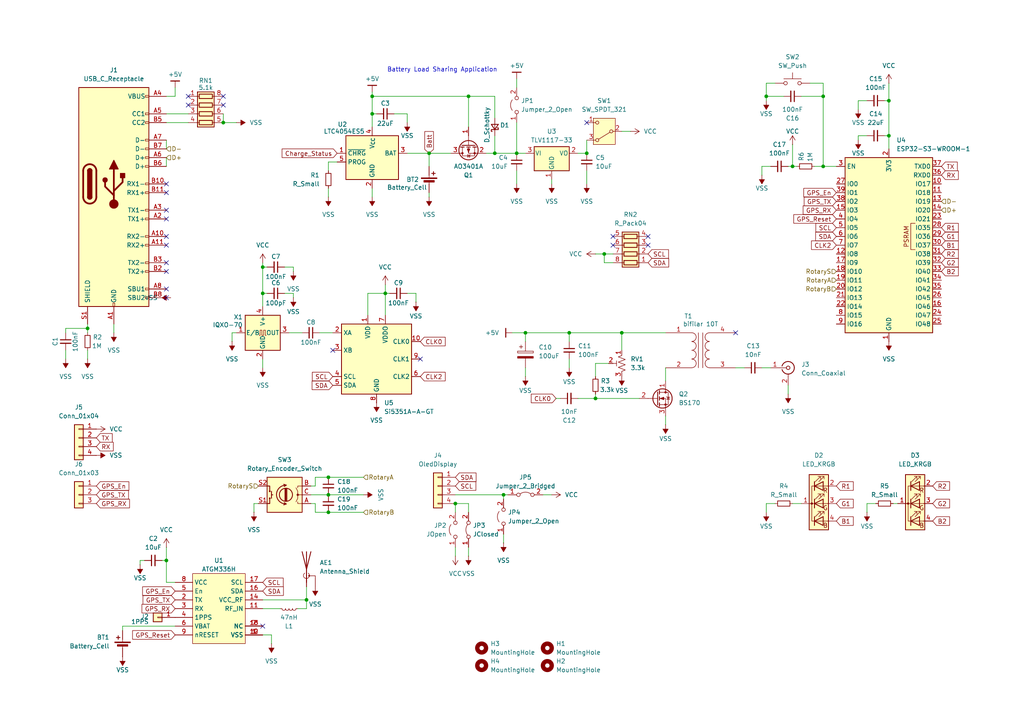
<source format=kicad_sch>
(kicad_sch (version 20231120) (generator "eeschema") (generator_version "8.0")
  (paper "A4")
  (lib_symbols
    (symbol "Battery_Management:LTC4054ES5-4.2"
      (property "Reference" "U" (at -5.842 6.604 0))
      (property "Value" "LTC4054ES5-4.2" (at 1.524 6.604 0))
      (symbol "LTC4054ES5-4.2_1_1"
        (pin open_collector line (at -10.16 0 0) (length 2.54) (name "~{CHRG}") (number "1"))
        (pin power_in line (at 0 -10.16 90) (length 2.54) (name "GND") (number "2"))
        (pin power_out line (at 10.16 0 180) (length 2.54) (name "BAT") (number "3"))
        (pin power_in line (at 0 7.62 270) (length 2.54) (name "V_{CC}") (number "4"))
        (pin bidirectional line (at -10.16 -2.54 0) (length 2.54) (name "PROG") (number "5"))
      )
    )
    (symbol "Connector:Conn_Coaxial" (pin_names (offset 1.016) hide)
      (property "Reference" "J" (at 0.254 3.048 0))
      (property "Value" "Conn_Coaxial" (at 2.921 0 90))
      (symbol "Conn_Coaxial_1_1"
        (pin passive line (at -5.08 0 0) (length 2.54) (name "In") (number "1"))
        (pin passive line (at 0 -5.08 90) (length 2.54) (name "Ext") (number "2"))
      )
    )
    (symbol "Connector:USB_C_Receptacle" (pin_names (offset 1.016))
      (property "Reference" "J" (at -10.16 29.21 0))
      (property "Value" "USB_C_Receptacle" (at 10.16 29.21 0))
      (symbol "USB_C_Receptacle_1_1"
        (pin passive line (at 0 -40.64 90) (length 5.08) (name "GND") (number "A1"))
        (pin bidirectional line (at 15.24 -15.24 180) (length 5.08) (name "RX2-") (number "A10"))
        (pin bidirectional line (at 15.24 -17.78 180) (length 5.08) (name "RX2+") (number "A11"))
        (pin passive line (at 0 -40.64 90) (length 5.08) hide (name "GND") (number "A12"))
        (pin bidirectional line (at 15.24 -10.16 180) (length 5.08) (name "TX1+") (number "A2"))
        (pin bidirectional line (at 15.24 -7.62 180) (length 5.08) (name "TX1-") (number "A3"))
        (pin passive line (at 15.24 25.4 180) (length 5.08) (name "VBUS") (number "A4"))
        (pin bidirectional line (at 15.24 20.32 180) (length 5.08) (name "CC1") (number "A5"))
        (pin bidirectional line (at 15.24 7.62 180) (length 5.08) (name "D+") (number "A6"))
        (pin bidirectional line (at 15.24 12.7 180) (length 5.08) (name "D-") (number "A7"))
        (pin bidirectional line (at 15.24 -30.48 180) (length 5.08) (name "SBU1") (number "A8"))
        (pin passive line (at 15.24 25.4 180) (length 5.08) hide (name "VBUS") (number "A9"))
        (pin passive line (at 0 -40.64 90) (length 5.08) hide (name "GND") (number "B1"))
        (pin bidirectional line (at 15.24 0 180) (length 5.08) (name "RX1-") (number "B10"))
        (pin bidirectional line (at 15.24 -2.54 180) (length 5.08) (name "RX1+") (number "B11"))
        (pin passive line (at 0 -40.64 90) (length 5.08) hide (name "GND") (number "B12"))
        (pin bidirectional line (at 15.24 -25.4 180) (length 5.08) (name "TX2+") (number "B2"))
        (pin bidirectional line (at 15.24 -22.86 180) (length 5.08) (name "TX2-") (number "B3"))
        (pin passive line (at 15.24 25.4 180) (length 5.08) hide (name "VBUS") (number "B4"))
        (pin bidirectional line (at 15.24 17.78 180) (length 5.08) (name "CC2") (number "B5"))
        (pin bidirectional line (at 15.24 5.08 180) (length 5.08) (name "D+") (number "B6"))
        (pin bidirectional line (at 15.24 10.16 180) (length 5.08) (name "D-") (number "B7"))
        (pin bidirectional line (at 15.24 -33.02 180) (length 5.08) (name "SBU2") (number "B8"))
        (pin passive line (at 15.24 25.4 180) (length 5.08) hide (name "VBUS") (number "B9"))
        (pin passive line (at -7.62 -40.64 90) (length 5.08) (name "SHIELD") (number "S1"))
      )
    )
    (symbol "Connector_Generic:Conn_01x01" (pin_names (offset 1.016) hide)
      (property "Reference" "J" (at 0 2.54 0))
      (property "Value" "Conn_01x01" (at 0 -2.54 0))
      (symbol "Conn_01x01_1_1"
        (pin passive line (at -5.08 0 0) (length 3.81) (name "Pin_1") (number "1"))
      )
    )
    (symbol "Connector_Generic:Conn_01x03" (pin_names (offset 1.016) hide)
      (property "Reference" "J" (at 0 5.08 0))
      (property "Value" "Conn_01x03" (at 0 -5.08 0))
      (symbol "Conn_01x03_1_1"
        (pin passive line (at -5.08 2.54 0) (length 3.81) (name "Pin_1") (number "1"))
        (pin passive line (at -5.08 0 0) (length 3.81) (name "Pin_2") (number "2"))
        (pin passive line (at -5.08 -2.54 0) (length 3.81) (name "Pin_3") (number "3"))
      )
    )
    (symbol "Connector_Generic:Conn_01x04" (pin_names (offset 1.016) hide)
      (property "Reference" "J" (at 0 5.08 0))
      (property "Value" "Conn_01x04" (at 0 -7.62 0))
      (symbol "Conn_01x04_1_1"
        (pin passive line (at -5.08 2.54 0) (length 3.81) (name "Pin_1") (number "1"))
        (pin passive line (at -5.08 0 0) (length 3.81) (name "Pin_2") (number "2"))
        (pin passive line (at -5.08 -2.54 0) (length 3.81) (name "Pin_3") (number "3"))
        (pin passive line (at -5.08 -5.08 0) (length 3.81) (name "Pin_4") (number "4"))
      )
    )
    (symbol "Device:Antenna_Shield" (pin_numbers hide) (pin_names (offset 1.016) hide)
      (property "Reference" "AE" (at -1.905 4.445 0))
      (property "Value" "Antenna_Shield" (at -1.905 2.54 0))
      (symbol "Antenna_Shield_1_1"
        (pin input line (at 0 -5.08 90) (length 2.54) (name "A") (number "1"))
        (pin input line (at 2.54 -5.08 90) (length 2.54) (name "Shield") (number "2"))
      )
    )
    (symbol "Device:Battery_Cell" (pin_numbers hide) (pin_names (offset 0) hide)
      (property "Reference" "BT" (at 2.54 2.54 0))
      (property "Value" "Battery_Cell" (at 2.54 0 0))
      (symbol "Battery_Cell_1_1"
        (pin passive line (at 0 5.08 270) (length 2.54) (name "+") (number "1"))
        (pin passive line (at 0 -2.54 90) (length 2.54) (name "-") (number "2"))
      )
    )
    (symbol "Device:C_Polarized" (pin_numbers hide) (pin_names (offset 0.254))
      (property "Reference" "C" (at 0.635 2.54 0))
      (property "Value" "C_Polarized" (at 0.635 -2.54 0))
      (symbol "C_Polarized_1_1"
        (pin passive line (at 0 3.81 270) (length 2.794) (name "~") (number "1"))
        (pin passive line (at 0 -3.81 90) (length 2.794) (name "~") (number "2"))
      )
    )
    (symbol "Device:C_Small" (pin_numbers hide) (pin_names (offset 0.254) hide)
      (property "Reference" "C" (at 0.254 1.778 0))
      (property "Value" "C_Small" (at 0.254 -2.032 0))
      (symbol "C_Small_1_1"
        (pin passive line (at 0 2.54 270) (length 2.032) (name "~") (number "1"))
        (pin passive line (at 0 -2.54 90) (length 2.032) (name "~") (number "2"))
      )
    )
    (symbol "Device:D_Schottky_Small" (pin_numbers hide) (pin_names (offset 0.254) hide)
      (property "Reference" "D" (at -1.27 2.032 0))
      (property "Value" "D_Schottky_Small" (at -7.112 -2.032 0))
      (symbol "D_Schottky_Small_1_1"
        (pin passive line (at -2.54 0 0) (length 1.778) (name "K") (number "1"))
        (pin passive line (at 2.54 0 180) (length 1.778) (name "A") (number "2"))
      )
    )
    (symbol "Device:LED_KRGB" (pin_names (offset 0) hide)
      (property "Reference" "D" (at 0 9.398 0))
      (property "Value" "LED_KRGB" (at 0 -8.89 0))
      (symbol "LED_KRGB_0_0"
        (text "B" (at 1.905 -6.35 0) (effects (font (size 1.27 1.27))))
        (text "G" (at 1.905 -1.27 0) (effects (font (size 1.27 1.27))))
        (text "R" (at 1.905 3.81 0) (effects (font (size 1.27 1.27))))
      )
      (symbol "LED_KRGB_1_1"
        (pin passive line (at -5.08 0 0) (length 2.54) (name "K") (number "1"))
        (pin passive line (at 5.08 5.08 180) (length 2.54) (name "RA") (number "2"))
        (pin passive line (at 5.08 0 180) (length 2.54) (name "GA") (number "3"))
        (pin passive line (at 5.08 -5.08 180) (length 2.54) (name "BA") (number "4"))
      )
    )
    (symbol "Device:L_Small" (pin_numbers hide) (pin_names (offset 0.254) hide)
      (property "Reference" "L" (at 0.762 1.016 0))
      (property "Value" "L_Small" (at 0.762 -1.016 0))
      (symbol "L_Small_1_1"
        (pin passive line (at 0 2.54 270) (length 0.508) (name "~") (number "1"))
        (pin passive line (at 0 -2.54 90) (length 0.508) (name "~") (number "2"))
      )
    )
    (symbol "Device:R_Pack04" (pin_names (offset 0) hide)
      (property "Reference" "RN" (at -7.62 0 90))
      (property "Value" "R_Pack04" (at 5.08 0 90))
      (symbol "R_Pack04_1_1"
        (pin passive line (at -5.08 -5.08 90) (length 2.54) (name "R1.1") (number "1"))
        (pin passive line (at -2.54 -5.08 90) (length 2.54) (name "R2.1") (number "2"))
        (pin passive line (at 0 -5.08 90) (length 2.54) (name "R3.1") (number "3"))
        (pin passive line (at 2.54 -5.08 90) (length 2.54) (name "R4.1") (number "4"))
        (pin passive line (at 2.54 5.08 270) (length 2.54) (name "R4.2") (number "5"))
        (pin passive line (at 0 5.08 270) (length 2.54) (name "R3.2") (number "6"))
        (pin passive line (at -2.54 5.08 270) (length 2.54) (name "R2.2") (number "7"))
        (pin passive line (at -5.08 5.08 270) (length 2.54) (name "R1.2") (number "8"))
      )
    )
    (symbol "Device:R_Potentiometer_Trim_US" (pin_names (offset 1.016) hide)
      (property "Reference" "RV" (at -4.445 0 90))
      (property "Value" "R_Potentiometer_Trim_US" (at -2.54 0 90))
      (symbol "R_Potentiometer_Trim_US_1_1"
        (pin passive line (at 0 3.81 270) (length 1.27) (name "1") (number "1"))
        (pin passive line (at 3.81 0 180) (length 1.27) (name "2") (number "2"))
        (pin passive line (at 0 -3.81 90) (length 1.27) (name "3") (number "3"))
      )
    )
    (symbol "Device:R_Small" (pin_numbers hide) (pin_names (offset 0.254) hide)
      (property "Reference" "R" (at 0.762 0.508 0))
      (property "Value" "R_Small" (at 0.762 -1.016 0))
      (symbol "R_Small_1_1"
        (pin passive line (at 0 2.54 270) (length 0.762) (name "~") (number "1"))
        (pin passive line (at 0 -2.54 90) (length 0.762) (name "~") (number "2"))
      )
    )
    (symbol "Device:Rotary_Encoder_Switch" (pin_names (offset 0.254) hide)
      (property "Reference" "SW" (at 0 6.604 0))
      (property "Value" "Rotary_Encoder_Switch" (at 0 -6.604 0))
      (symbol "Rotary_Encoder_Switch_1_1"
        (pin passive line (at -7.62 2.54 0) (length 2.54) (name "A") (number "A"))
        (pin passive line (at -7.62 -2.54 0) (length 2.54) (name "B") (number "B"))
        (pin passive line (at -7.62 0 0) (length 2.54) (name "C") (number "C"))
        (pin passive line (at 7.62 2.54 180) (length 2.54) (name "S1") (number "S1"))
        (pin passive line (at 7.62 -2.54 180) (length 2.54) (name "S2") (number "S2"))
      )
    )
    (symbol "Device:Transformer_1P_1S" (pin_names (offset 1.016) hide)
      (property "Reference" "T" (at 0 6.35 0))
      (property "Value" "Transformer_1P_1S" (at 0 -7.62 0))
      (symbol "Transformer_1P_1S_1_1"
        (pin passive line (at -10.16 5.08 0) (length 7.62) (name "AA") (number "1"))
        (pin passive line (at -10.16 -5.08 0) (length 7.62) (name "AB") (number "2"))
        (pin passive line (at 10.16 -5.08 180) (length 7.62) (name "SA") (number "3"))
        (pin passive line (at 10.16 5.08 180) (length 7.62) (name "SB") (number "4"))
      )
    )
    (symbol "Jumper:Jumper_2_Bridged" (pin_names (offset 0) hide)
      (property "Reference" "JP" (at 0 1.905 0))
      (property "Value" "Jumper_2_Bridged" (at 0 -2.54 0))
      (symbol "Jumper_2_Bridged_1_1"
        (pin passive line (at -5.08 0 0) (length 2.54) (name "A") (number "1"))
        (pin passive line (at 5.08 0 180) (length 2.54) (name "B") (number "2"))
      )
    )
    (symbol "Jumper:Jumper_2_Open" (pin_names (offset 0) hide)
      (property "Reference" "JP" (at 0 2.794 0))
      (property "Value" "Jumper_2_Open" (at 0 -2.286 0))
      (symbol "Jumper_2_Open_1_1"
        (pin passive line (at -5.08 0 0) (length 2.54) (name "A") (number "1"))
        (pin passive line (at 5.08 0 180) (length 2.54) (name "B") (number "2"))
      )
    )
    (symbol "Mechanical:MountingHole" (pin_names (offset 1.016))
      (property "Reference" "H" (at 0 5.08 0))
      (property "Value" "MountingHole" (at 0 3.175 0))
    )
    (symbol "Oscillator:IQXO-70" (pin_names (offset 0.254))
      (property "Reference" "X" (at -5.08 6.35 0))
      (property "Value" "IQXO-70" (at 1.27 -6.35 0))
      (symbol "IQXO-70_1_1"
        (pin input line (at -7.62 0 0) (length 2.54) (name "E/B") (number "1"))
        (pin power_in line (at 0 -7.62 90) (length 2.54) (name "GND") (number "2"))
        (pin output line (at 7.62 0 180) (length 2.54) (name "OUT") (number "3"))
        (pin power_in line (at 0 7.62 270) (length 2.54) (name "V+") (number "4"))
      )
    )
    (symbol "Oscillator:Si5351A-B-GT"
      (property "Reference" "U" (at -8.89 11.43 0))
      (property "Value" "Si5351A-B-GT" (at -12.7 -12.7 0))
      (symbol "Si5351A-B-GT_1_1"
        (pin power_in line (at -2.54 12.7 270) (length 2.54) (name "VDD") (number "1"))
        (pin output line (at 12.7 5.08 180) (length 2.54) (name "CLK0") (number "10"))
        (pin input line (at -12.7 7.62 0) (length 2.54) (name "XA") (number "2"))
        (pin input line (at -12.7 2.54 0) (length 2.54) (name "XB") (number "3"))
        (pin input line (at -12.7 -5.08 0) (length 2.54) (name "SCL") (number "4"))
        (pin bidirectional line (at -12.7 -7.62 0) (length 2.54) (name "SDA") (number "5"))
        (pin output line (at 12.7 -5.08 180) (length 2.54) (name "CLK2") (number "6"))
        (pin power_in line (at 2.54 12.7 270) (length 2.54) (name "VDDO") (number "7"))
        (pin power_in line (at 0 -12.7 90) (length 2.54) (name "GND") (number "8"))
        (pin output line (at 12.7 0 180) (length 2.54) (name "CLK1") (number "9"))
      )
    )
    (symbol "RF_Module:ESP32-S3-WROOM-1"
      (property "Reference" "U" (at -12.7 26.67 0))
      (property "Value" "ESP32-S3-WROOM-1" (at 12.7 26.67 0))
      (symbol "ESP32-S3-WROOM-1_0_0"
        (text "PSRAM" (at 5.08 2.54 900) (effects (font (size 1.27 1.27))))
      )
      (symbol "ESP32-S3-WROOM-1_1_1"
        (pin power_in line (at 0 -27.94 90) (length 2.54) (name "GND") (number "1"))
        (pin bidirectional line (at 15.24 17.78 180) (length 2.54) (name "IO17") (number "10"))
        (pin bidirectional line (at 15.24 15.24 180) (length 2.54) (name "IO18") (number "11"))
        (pin bidirectional line (at -15.24 -2.54 0) (length 2.54) (name "IO8") (number "12"))
        (pin bidirectional line (at 15.24 12.7 180) (length 2.54) (name "IO19") (number "13"))
        (pin bidirectional line (at 15.24 10.16 180) (length 2.54) (name "IO20") (number "14"))
        (pin bidirectional line (at -15.24 10.16 0) (length 2.54) (name "IO3") (number "15"))
        (pin bidirectional line (at 15.24 -17.78 180) (length 2.54) (name "IO46") (number "16"))
        (pin bidirectional line (at -15.24 -5.08 0) (length 2.54) (name "IO9") (number "17"))
        (pin bidirectional line (at -15.24 -7.62 0) (length 2.54) (name "IO10") (number "18"))
        (pin bidirectional line (at -15.24 -10.16 0) (length 2.54) (name "IO11") (number "19"))
        (pin power_in line (at 0 27.94 270) (length 2.54) (name "3V3") (number "2"))
        (pin bidirectional line (at -15.24 -12.7 0) (length 2.54) (name "IO12") (number "20"))
        (pin bidirectional line (at -15.24 -15.24 0) (length 2.54) (name "IO13") (number "21"))
        (pin bidirectional line (at -15.24 -17.78 0) (length 2.54) (name "IO14") (number "22"))
        (pin bidirectional line (at 15.24 7.62 180) (length 2.54) (name "IO21") (number "23"))
        (pin bidirectional line (at 15.24 -20.32 180) (length 2.54) (name "IO47") (number "24"))
        (pin bidirectional line (at 15.24 -22.86 180) (length 2.54) (name "IO48") (number "25"))
        (pin bidirectional line (at 15.24 -15.24 180) (length 2.54) (name "IO45") (number "26"))
        (pin bidirectional line (at -15.24 17.78 0) (length 2.54) (name "IO0") (number "27"))
        (pin bidirectional line (at 15.24 5.08 180) (length 2.54) (name "IO35") (number "28"))
        (pin bidirectional line (at 15.24 2.54 180) (length 2.54) (name "IO36") (number "29"))
        (pin input line (at -15.24 22.86 0) (length 2.54) (name "EN") (number "3"))
        (pin bidirectional line (at 15.24 0 180) (length 2.54) (name "IO37") (number "30"))
        (pin bidirectional line (at 15.24 -2.54 180) (length 2.54) (name "IO38") (number "31"))
        (pin bidirectional line (at 15.24 -5.08 180) (length 2.54) (name "IO39") (number "32"))
        (pin bidirectional line (at 15.24 -7.62 180) (length 2.54) (name "IO40") (number "33"))
        (pin bidirectional line (at 15.24 -10.16 180) (length 2.54) (name "IO41") (number "34"))
        (pin bidirectional line (at 15.24 -12.7 180) (length 2.54) (name "IO42") (number "35"))
        (pin bidirectional line (at 15.24 20.32 180) (length 2.54) (name "RXD0") (number "36"))
        (pin bidirectional line (at 15.24 22.86 180) (length 2.54) (name "TXD0") (number "37"))
        (pin bidirectional line (at -15.24 12.7 0) (length 2.54) (name "IO2") (number "38"))
        (pin bidirectional line (at -15.24 15.24 0) (length 2.54) (name "IO1") (number "39"))
        (pin bidirectional line (at -15.24 7.62 0) (length 2.54) (name "IO4") (number "4"))
        (pin passive line (at 0 -27.94 90) (length 2.54) hide (name "GND") (number "40"))
        (pin passive line (at 0 -27.94 90) (length 2.54) hide (name "GND") (number "41"))
        (pin bidirectional line (at -15.24 5.08 0) (length 2.54) (name "IO5") (number "5"))
        (pin bidirectional line (at -15.24 2.54 0) (length 2.54) (name "IO6") (number "6"))
        (pin bidirectional line (at -15.24 0 0) (length 2.54) (name "IO7") (number "7"))
        (pin bidirectional line (at -15.24 -20.32 0) (length 2.54) (name "IO15") (number "8"))
        (pin bidirectional line (at -15.24 -22.86 0) (length 2.54) (name "IO16") (number "9"))
      )
    )
    (symbol "Regulator_Linear:TLV1117-33" (pin_names (offset 0.254))
      (property "Reference" "U" (at -3.81 3.175 0))
      (property "Value" "TLV1117-33" (at 0 3.175 0))
      (symbol "TLV1117-33_1_1"
        (pin power_in line (at 0 -7.62 90) (length 2.54) (name "GND") (number "1"))
        (pin power_out line (at 7.62 0 180) (length 2.54) (name "VO") (number "2"))
        (pin power_in line (at -7.62 0 0) (length 2.54) (name "VI") (number "3"))
      )
    )
    (symbol "Switch:SW_Push" (pin_numbers hide) (pin_names (offset 1.016) hide)
      (property "Reference" "SW" (at 1.27 2.54 0))
      (property "Value" "SW_Push" (at 0 -1.524 0))
      (symbol "SW_Push_0_1"
        (pin passive line (at -5.08 0 0) (length 2.54) (name "1") (number "1"))
        (pin passive line (at 5.08 0 180) (length 2.54) (name "2") (number "2"))
      )
    )
    (symbol "Switch:SW_SPDT_321" (pin_names (offset 1) hide)
      (property "Reference" "SW" (at 0 5.08 0))
      (property "Value" "SW_SPDT_321" (at 0 -5.08 0))
      (symbol "SW_SPDT_321_1_1"
        (pin passive line (at 5.08 -2.54 180) (length 2.54) (name "C") (number "1"))
        (pin passive line (at -5.08 0 0) (length 2.54) (name "B") (number "2"))
        (pin passive line (at 5.08 2.54 180) (length 2.54) (name "A") (number "3"))
      )
    )
    (symbol "Transistor_FET:AO3401A" (pin_names hide)
      (property "Reference" "Q" (at 5.08 1.905 0))
      (property "Value" "AO3401A" (at 5.08 0 0))
      (symbol "AO3401A_1_1"
        (pin input line (at -5.08 0 0) (length 2.54) (name "G") (number "1"))
        (pin passive line (at 2.54 -5.08 90) (length 2.54) (name "S") (number "2"))
        (pin passive line (at 2.54 5.08 270) (length 2.54) (name "D") (number "3"))
      )
    )
    (symbol "Transistor_FET:BS170" (pin_names hide)
      (property "Reference" "Q" (at 5.08 1.905 0))
      (property "Value" "BS170" (at 5.08 0 0))
      (symbol "BS170_1_1"
        (pin passive line (at 2.54 5.08 270) (length 2.54) (name "D") (number "1"))
        (pin input line (at -5.08 0 0) (length 2.54) (name "G") (number "2"))
        (pin passive line (at 2.54 -5.08 90) (length 2.54) (name "S") (number "3"))
      )
    )
    (symbol "UE_Module:ATGM336H"
      (property "Reference" "U" (at 0 0 0))
      (symbol "ATGM336H_1_1"
        (pin input line (at 31.75 7.62 180) (length 5.08) (name "VSS") (number "1"))
        (pin input line (at 31.75 7.62 180) (length 5.08) (name "VSS") (number "10"))
        (pin input line (at 31.75 15.24 180) (length 5.08) (name "RF_IN") (number "11"))
        (pin input line (at 31.75 7.62 180) (length 5.08) (name "VSS") (number "12"))
        (pin input line (at 31.75 10.16 180) (length 5.08) (name "NC") (number "13"))
        (pin input line (at 31.75 17.78 180) (length 5.08) (name "VCC_RF") (number "14"))
        (pin input line (at 31.75 10.16 180) (length 5.08) (name "NC") (number "15"))
        (pin input line (at 31.75 20.32 180) (length 5.08) (name "SDA") (number "16"))
        (pin input line (at 31.75 22.86 180) (length 5.08) (name "SCL") (number "17"))
        (pin input line (at 31.75 10.16 180) (length 5.08) (name "NC") (number "18"))
        (pin input line (at 6.35 17.78 0) (length 5.08) (name "TX") (number "2"))
        (pin input line (at 6.35 15.24 0) (length 5.08) (name "RX") (number "3"))
        (pin input line (at 6.35 12.7 0) (length 5.08) (name "1PPS") (number "4"))
        (pin input line (at 6.35 20.32 0) (length 5.08) (name "En") (number "5"))
        (pin input line (at 6.35 10.16 0) (length 5.08) (name "VBAT") (number "6"))
        (pin input line (at 31.75 10.16 180) (length 5.08) (name "NC") (number "7"))
        (pin input line (at 6.35 22.86 0) (length 5.08) (name "VCC") (number "8"))
        (pin input line (at 6.35 7.62 0) (length 5.08) (name "nRESET") (number "9"))
      )
    )
    (symbol "gkl_power:+5V" (power) (pin_names (offset 0))
      (property "Value" "+5V" (at 0 3.175 0))
      (symbol "+5V_1_1"
        (pin power_in line (at 0 0 90) (length 0) hide (name "+5V") (number "1"))
      )
    )
    (symbol "power:VCC" (power) (pin_numbers hide) (pin_names (offset 0) hide)
      (property "Value" "VCC" (at 0 3.556 0))
      (symbol "VCC_1_1"
        (pin power_in line (at 0 0 90) (length 0) (name "~") (number "1"))
      )
    )
    (symbol "power:VSS" (power) (pin_numbers hide) (pin_names (offset 0) hide)
      (property "Value" "VSS" (at 0 3.556 0))
      (symbol "VSS_1_1"
        (pin power_in line (at 0 0 90) (length 0) (name "~") (number "1"))
      )
    )
  )
  (junction (at 229.87 48.26))
  (junction (at 222.25 27.94))
  (junction (at 107.95 33.02))
  (junction (at 149.86 44.45))
  (junction (at 152.4 96.52))
  (junction (at 111.76 85.09))
  (junction (at 143.51 44.45))
  (junction (at 25.4 95.25))
  (junction (at 95.25 138.43) (diameter 0.9144))
  (junction (at 257.81 29.21))
  (junction (at 64.77 35.56))
  (junction (at 165.1 96.52))
  (junction (at 76.2 77.47))
  (junction (at 95.25 148.59) (diameter 0.9144))
  (junction (at 135.89 27.94))
  (junction (at 238.76 27.94))
  (junction (at 146.05 143.51))
  (junction (at 257.81 39.37))
  (junction (at 76.2 85.09))
  (junction (at 88.9 173.99))
  (junction (at 95.25 143.51) (diameter 0.9144))
  (junction (at 172.72 115.57))
  (junction (at 132.08 146.05))
  (junction (at 48.26 162.56))
  (junction (at 107.95 27.94))
  (junction (at 170.18 44.45))
  (junction (at 180.34 96.52))
  (junction (at 238.76 48.26))
  (junction (at 124.46 44.45))
  (junction (at 175.26 73.66))
  (no_connect (at 48.26 53.34))
  (no_connect (at 177.8 71.12))
  (no_connect (at 187.96 71.12))
  (no_connect (at 48.26 55.88))
  (no_connect (at 48.26 71.12))
  (no_connect (at 48.26 60.96))
  (no_connect (at 48.26 63.5))
  (no_connect (at 64.77 30.48))
  (no_connect (at 121.92 104.14))
  (no_connect (at 54.61 30.48))
  (no_connect (at 48.26 78.74))
  (no_connect (at 64.77 27.94))
  (no_connect (at 48.26 83.82))
  (no_connect (at 177.8 68.58))
  (no_connect (at 170.18 35.56))
  (no_connect (at 48.26 86.36))
  (no_connect (at 96.52 101.6))
  (no_connect (at 48.26 76.2))
  (no_connect (at 54.61 27.94))
  (no_connect (at 187.96 68.58))
  (no_connect (at 76.2 181.61))
  (no_connect (at 48.26 68.58))
  (no_connect (at 213.36 96.52))
  (wire (pts (xy 160.02 52.07) (xy 160.02 53.34)))
  (wire (pts (xy 76.2 85.09) (xy 76.2 88.9)))
  (wire (pts (xy 170.18 49.53) (xy 170.18 53.34)))
  (wire (pts (xy 149.86 44.45) (xy 152.4 44.45)))
  (wire (pts (xy 111.76 85.09) (xy 113.03 85.09)))
  (wire (pts (xy 172.72 115.57) (xy 172.72 114.3)))
  (wire (pts (xy 152.4 96.52) (xy 165.1 96.52)))
  (wire (pts (xy 248.92 39.37) (xy 251.46 39.37)))
  (wire (pts (xy 161.29 115.57) (xy 162.56 115.57)))
  (wire (pts (xy 232.41 27.94) (xy 238.76 27.94)))
  (wire (pts (xy 248.92 40.64) (xy 248.92 39.37)))
  (wire (pts (xy 170.18 44.45) (xy 167.64 44.45)))
  (wire (pts (xy 19.05 101.6) (xy 19.05 104.14)))
  (wire (pts (xy 111.76 82.55) (xy 111.76 85.09)))
  (wire (pts (xy 148.59 96.52) (xy 152.4 96.52)))
  (wire (pts (xy 120.65 85.09) (xy 118.11 85.09)))
  (wire (pts (xy 222.25 146.05) (xy 224.79 146.05)))
  (wire (pts (xy 107.95 27.94) (xy 135.89 27.94)))
  (wire (pts (xy 172.72 105.41) (xy 176.53 105.41)))
  (wire (pts (xy 165.1 96.52) (xy 180.34 96.52)))
  (wire (pts (xy 25.4 101.6) (xy 25.4 104.14)))
  (wire (pts (xy 256.54 39.37) (xy 257.81 39.37)))
  (wire (pts (xy 175.26 76.2) (xy 175.26 73.66)))
  (wire (pts (xy 257.81 39.37) (xy 257.81 43.18)))
  (wire (pts (xy 78.74 184.15) (xy 76.2 184.15)))
  (wire (pts (xy 180.34 38.1) (xy 182.88 38.1)))
  (wire (pts (xy 124.46 44.45) (xy 118.11 44.45)))
  (wire (pts (xy 90.17 146.05) (xy 91.44 146.05)))
  (wire (pts (xy 48.26 40.64) (xy 48.26 43.18)))
  (wire (pts (xy 220.98 50.8) (xy 220.98 48.26)))
  (wire (pts (xy 67.31 99.06) (xy 67.31 96.52)))
  (wire (pts (xy 76.2 76.2) (xy 76.2 77.47)))
  (wire (pts (xy 238.76 27.94) (xy 238.76 48.26)))
  (wire (pts (xy 85.09 77.47) (xy 82.55 77.47)))
  (wire (pts (xy 48.26 27.94) (xy 50.8 27.94)))
  (wire (pts (xy 234.95 24.13) (xy 238.76 24.13)))
  (wire (pts (xy 238.76 24.13) (xy 238.76 27.94)))
  (wire (pts (xy 107.95 33.02) (xy 109.22 33.02)))
  (wire (pts (xy 64.77 35.56) (xy 68.58 35.56)))
  (wire (pts (xy 73.66 148.59) (xy 73.66 146.05)))
  (wire (pts (xy 157.48 143.51) (xy 160.02 143.51)))
  (wire (pts (xy 120.65 87.63) (xy 120.65 85.09)))
  (wire (pts (xy 251.46 148.59) (xy 251.46 146.05)))
  (wire (pts (xy 46.99 162.56) (xy 48.26 162.56)))
  (wire (pts (xy 107.95 26.67) (xy 107.95 27.94)))
  (wire (pts (xy 78.74 186.69) (xy 78.74 184.15)))
  (wire (pts (xy 25.4 93.98) (xy 25.4 95.25)))
  (wire (pts (xy 91.44 146.05) (xy 91.44 148.59)))
  (wire (pts (xy 259.08 146.05) (xy 260.35 146.05)))
  (wire (pts (xy 248.92 29.21) (xy 251.46 29.21)))
  (wire (pts (xy 135.89 148.59) (xy 135.89 146.05)))
  (wire (pts (xy 50.8 168.91) (xy 48.26 168.91)))
  (wire (pts (xy 124.46 48.26) (xy 124.46 44.45)))
  (wire (pts (xy 67.31 96.52) (xy 68.58 96.52)))
  (wire (pts (xy 107.95 33.02) (xy 107.95 36.83)))
  (wire (pts (xy 85.09 85.09) (xy 82.55 85.09)))
  (wire (pts (xy 91.44 140.97) (xy 91.44 138.43)))
  (wire (pts (xy 135.89 158.75) (xy 135.89 161.29)))
  (wire (pts (xy 40.64 163.83) (xy 40.64 162.56)))
  (wire (pts (xy 251.46 146.05) (xy 254 146.05)))
  (wire (pts (xy 76.2 104.14) (xy 76.2 106.68)))
  (wire (pts (xy 85.09 86.36) (xy 85.09 85.09)))
  (wire (pts (xy 257.81 24.13) (xy 257.81 29.21)))
  (wire (pts (xy 143.51 39.37) (xy 143.51 44.45)))
  (wire (pts (xy 146.05 143.51) (xy 147.32 143.51)))
  (wire (pts (xy 90.17 140.97) (xy 91.44 140.97)))
  (wire (pts (xy 76.2 77.47) (xy 77.47 77.47)))
  (wire (pts (xy 170.18 40.64) (xy 170.18 44.45)))
  (wire (pts (xy 19.05 96.52) (xy 19.05 95.25)))
  (wire (pts (xy 222.25 24.13) (xy 224.79 24.13)))
  (wire (pts (xy 25.4 95.25) (xy 25.4 96.52)))
  (wire (pts (xy 229.87 41.91) (xy 229.87 48.26)))
  (wire (pts (xy 90.17 143.51) (xy 95.25 143.51)))
  (wire (pts (xy 114.3 33.02) (xy 118.11 33.02)))
  (wire (pts (xy 165.1 104.14) (xy 165.1 106.68)))
  (wire (pts (xy 50.8 27.94) (xy 50.8 25.4)))
  (wire (pts (xy 95.25 138.43) (xy 105.41 138.43)))
  (wire (pts (xy 193.04 120.65) (xy 193.04 123.19)))
  (wire (pts (xy 48.26 48.26) (xy 48.26 45.72)))
  (wire (pts (xy 95.25 143.51) (xy 105.41 143.51)))
  (wire (pts (xy 193.04 106.68) (xy 193.04 110.49)))
  (wire (pts (xy 222.25 27.94) (xy 227.33 27.94)))
  (wire (pts (xy 149.86 49.53) (xy 149.86 53.34)))
  (wire (pts (xy 86.36 176.53) (xy 88.9 176.53)))
  (wire (pts (xy 118.11 33.02) (xy 118.11 35.56)))
  (wire (pts (xy 19.05 95.25) (xy 25.4 95.25)))
  (wire (pts (xy 95.25 49.53) (xy 95.25 46.99)))
  (wire (pts (xy 143.51 44.45) (xy 149.86 44.45)))
  (wire (pts (xy 229.87 146.05) (xy 232.41 146.05)))
  (wire (pts (xy 257.81 29.21) (xy 257.81 39.37)))
  (wire (pts (xy 95.25 54.61) (xy 95.25 57.15)))
  (wire (pts (xy 64.77 33.02) (xy 64.77 35.56)))
  (wire (pts (xy 92.71 96.52) (xy 96.52 96.52)))
  (wire (pts (xy 85.09 78.74) (xy 85.09 77.47)))
  (wire (pts (xy 35.56 181.61) (xy 35.56 182.88)))
  (wire (pts (xy 124.46 55.88) (xy 124.46 57.15)))
  (wire (pts (xy 40.64 162.56) (xy 41.91 162.56)))
  (wire (pts (xy 73.66 146.05) (xy 74.93 146.05)))
  (wire (pts (xy 107.95 27.94) (xy 107.95 33.02)))
  (wire (pts (xy 107.95 54.61) (xy 107.95 57.15)))
  (wire (pts (xy 256.54 29.21) (xy 257.81 29.21)))
  (wire (pts (xy 172.72 115.57) (xy 185.42 115.57)))
  (wire (pts (xy 229.87 48.26) (xy 231.14 48.26)))
  (wire (pts (xy 180.34 96.52) (xy 193.04 96.52)))
  (wire (pts (xy 175.26 73.66) (xy 177.8 73.66)))
  (wire (pts (xy 220.98 48.26) (xy 223.52 48.26)))
  (wire (pts (xy 88.9 176.53) (xy 88.9 173.99)))
  (wire (pts (xy 238.76 48.26) (xy 242.57 48.26)))
  (wire (pts (xy 124.46 44.45) (xy 130.81 44.45)))
  (wire (pts (xy 152.4 96.52) (xy 152.4 99.06)))
  (wire (pts (xy 135.89 146.05) (xy 132.08 146.05)))
  (wire (pts (xy 111.76 85.09) (xy 111.76 91.44)))
  (wire (pts (xy 222.25 29.21) (xy 222.25 27.94)))
  (wire (pts (xy 143.51 34.29) (xy 143.51 27.94)))
  (wire (pts (xy 152.4 106.68) (xy 152.4 109.22)))
  (wire (pts (xy 48.26 33.02) (xy 54.61 33.02)))
  (wire (pts (xy 35.56 181.61) (xy 50.8 181.61)))
  (wire (pts (xy 91.44 138.43) (xy 95.25 138.43)))
  (wire (pts (xy 248.92 31.75) (xy 248.92 29.21)))
  (wire (pts (xy 167.64 115.57) (xy 172.72 115.57)))
  (wire (pts (xy 76.2 77.47) (xy 76.2 85.09)))
  (wire (pts (xy 95.25 46.99) (xy 97.79 46.99)))
  (wire (pts (xy 132.08 146.05) (xy 132.08 148.59)))
  (wire (pts (xy 106.68 91.44) (xy 106.68 85.09)))
  (wire (pts (xy 48.26 35.56) (xy 54.61 35.56)))
  (wire (pts (xy 76.2 85.09) (xy 77.47 85.09)))
  (wire (pts (xy 132.08 143.51) (xy 146.05 143.51)))
  (wire (pts (xy 149.86 22.86) (xy 149.86 25.4)))
  (wire (pts (xy 132.08 158.75) (xy 132.08 161.29)))
  (wire (pts (xy 48.26 168.91) (xy 48.26 162.56)))
  (wire (pts (xy 76.2 176.53) (xy 81.28 176.53)))
  (wire (pts (xy 140.97 44.45) (xy 143.51 44.45)))
  (wire (pts (xy 165.1 96.52) (xy 165.1 99.06)))
  (wire (pts (xy 222.25 27.94) (xy 222.25 24.13)))
  (wire (pts (xy 95.25 148.59) (xy 105.41 148.59)))
  (wire (pts (xy 83.82 96.52) (xy 87.63 96.52)))
  (wire (pts (xy 177.8 76.2) (xy 175.26 76.2)))
  (wire (pts (xy 172.72 109.22) (xy 172.72 105.41)))
  (wire (pts (xy 91.44 148.59) (xy 95.25 148.59)))
  (wire (pts (xy 228.6 48.26) (xy 229.87 48.26)))
  (wire (pts (xy 76.2 173.99) (xy 88.9 173.99)))
  (wire (pts (xy 149.86 35.56) (xy 149.86 44.45)))
  (wire (pts (xy 236.22 48.26) (xy 238.76 48.26)))
  (wire (pts (xy 180.34 96.52) (xy 180.34 101.6)))
  (wire (pts (xy 146.05 143.51) (xy 146.05 144.78)))
  (wire (pts (xy 213.36 106.68) (xy 215.9 106.68)))
  (wire (pts (xy 220.98 106.68) (xy 223.52 106.68)))
  (wire (pts (xy 48.26 158.75) (xy 48.26 162.56)))
  (wire (pts (xy 222.25 148.59) (xy 222.25 146.05)))
  (wire (pts (xy 33.02 93.98) (xy 33.02 96.52)))
  (wire (pts (xy 143.51 27.94) (xy 135.89 27.94)))
  (wire (pts (xy 228.6 111.76) (xy 228.6 114.3)))
  (wire (pts (xy 106.68 85.09) (xy 111.76 85.09)))
  (wire (pts (xy 88.9 170.18) (xy 88.9 173.99)))
  (wire (pts (xy 172.72 73.66) (xy 175.26 73.66)))
  (wire (pts (xy 146.05 154.94) (xy 146.05 157.48)))
  (wire (pts (xy 135.89 36.83) (xy 135.89 27.94)))
  (text "Battery Load Sharing Application" (at 128.27 20.32 0) (effects (font (size 1.27 1.27))))
  (global_label "TX" (shape input) (at 273.05 48.26 0) (property "Intersheetrefs" "${INTERSHEET_REFS}" (effects (hide yes))))
  (global_label "GPS_En" (shape input) (at 50.8 171.45 180) (property "Intersheetrefs" "${INTERSHEET_REFS}" (effects (hide yes))))
  (global_label "GPS_En" (shape input) (at 27.94 140.97 0) (property "Intersheetrefs" "${INTERSHEET_REFS}" (effects (hide yes))))
  (global_label "G1" (shape input) (at 273.05 68.58 0) (property "Intersheetrefs" "${INTERSHEET_REFS}" (effects (hide yes))))
  (global_label "GPS_TX" (shape input) (at 242.57 58.42 180) (property "Intersheetrefs" "${INTERSHEET_REFS}" (effects (hide yes))))
  (global_label "TX" (shape input) (at 27.94 127 0) (property "Intersheetrefs" "${INTERSHEET_REFS}" (effects (hide yes))))
  (global_label "SCL" (shape input) (at 242.57 66.04 180) (property "Intersheetrefs" "${INTERSHEET_REFS}" (effects (hide yes))))
  (global_label "GPS_Reset" (shape input) (at 242.57 63.5 180) (property "Intersheetrefs" "${INTERSHEET_REFS}" (effects (hide yes))))
  (global_label "GPS_TX" (shape input) (at 27.94 143.51 0) (property "Intersheetrefs" "${INTERSHEET_REFS}" (effects (hide yes))))
  (global_label "B1" (shape input) (at 273.05 71.12 0) (property "Intersheetrefs" "${INTERSHEET_REFS}" (effects (hide yes))))
  (global_label "G1" (shape input) (at 242.57 146.05 0) (property "Intersheetrefs" "${INTERSHEET_REFS}" (effects (hide yes))))
  (global_label "GPS_RX" (shape input) (at 27.94 146.05 0) (property "Intersheetrefs" "${INTERSHEET_REFS}" (effects (hide yes))))
  (global_label "RX" (shape input) (at 273.05 50.8 0) (property "Intersheetrefs" "${INTERSHEET_REFS}" (effects (hide yes))))
  (global_label "SDA" (shape input) (at 242.57 68.58 180) (property "Intersheetrefs" "${INTERSHEET_REFS}" (effects (hide yes))))
  (global_label "R2" (shape input) (at 270.51 140.97 0) (property "Intersheetrefs" "${INTERSHEET_REFS}" (effects (hide yes))))
  (global_label "B2" (shape input) (at 270.51 151.13 0) (property "Intersheetrefs" "${INTERSHEET_REFS}" (effects (hide yes))))
  (global_label "Batt" (shape input) (at 124.46 44.45 90) (property "Intersheetrefs" "${INTERSHEET_REFS}" (effects (hide yes))))
  (global_label "SDA" (shape input) (at 187.96 76.2 0) (property "Intersheetrefs" "${INTERSHEET_REFS}" (effects (hide yes))))
  (global_label "R1" (shape input) (at 273.05 66.04 0) (property "Intersheetrefs" "${INTERSHEET_REFS}" (effects (hide yes))))
  (global_label "GPS_En" (shape input) (at 242.57 55.88 180) (property "Intersheetrefs" "${INTERSHEET_REFS}" (effects (hide yes))))
  (global_label "R2" (shape input) (at 273.05 73.66 0) (property "Intersheetrefs" "${INTERSHEET_REFS}" (effects (hide yes))))
  (global_label "RX" (shape input) (at 27.94 129.54 0) (property "Intersheetrefs" "${INTERSHEET_REFS}" (effects (hide yes))))
  (global_label "B2" (shape input) (at 273.05 78.74 0) (property "Intersheetrefs" "${INTERSHEET_REFS}" (effects (hide yes))))
  (global_label "CLK2" (shape input) (at 242.57 71.12 180) (property "Intersheetrefs" "${INTERSHEET_REFS}" (effects (hide yes))))
  (global_label "SDA" (shape input) (at 76.2 171.45 0) (property "Intersheetrefs" "${INTERSHEET_REFS}" (effects (hide yes))))
  (global_label "GPS_RX" (shape input) (at 50.8 176.53 180) (property "Intersheetrefs" "${INTERSHEET_REFS}" (effects (hide yes))))
  (global_label "GPS_TX" (shape input) (at 50.8 173.99 180) (property "Intersheetrefs" "${INTERSHEET_REFS}" (effects (hide yes))))
  (global_label "SDA" (shape input) (at 96.52 111.76 180) (property "Intersheetrefs" "${INTERSHEET_REFS}" (effects (hide yes))))
  (global_label "SCL" (shape input) (at 132.08 140.97 0) (property "Intersheetrefs" "${INTERSHEET_REFS}" (effects (hide yes))))
  (global_label "SCL" (shape input) (at 76.2 168.91 0) (property "Intersheetrefs" "${INTERSHEET_REFS}" (effects (hide yes))))
  (global_label "CLK2" (shape input) (at 121.92 109.22 0) (property "Intersheetrefs" "${INTERSHEET_REFS}" (effects (hide yes))))
  (global_label "CLK0" (shape input) (at 161.29 115.57 180) (property "Intersheetrefs" "${INTERSHEET_REFS}" (effects (hide yes))))
  (global_label "G2" (shape input) (at 270.51 146.05 0) (property "Intersheetrefs" "${INTERSHEET_REFS}" (effects (hide yes))))
  (global_label "GPS_RX" (shape input) (at 242.57 60.96 180) (property "Intersheetrefs" "${INTERSHEET_REFS}" (effects (hide yes))))
  (global_label "Charge_Status" (shape input) (at 97.79 44.45 180) (property "Intersheetrefs" "${INTERSHEET_REFS}" (effects (hide yes))))
  (global_label "GPS_Reset" (shape input) (at 50.8 184.15 180) (property "Intersheetrefs" "${INTERSHEET_REFS}" (effects (hide yes))))
  (global_label "R1" (shape input) (at 242.57 140.97 0) (property "Intersheetrefs" "${INTERSHEET_REFS}" (effects (hide yes))))
  (global_label "B1" (shape input) (at 242.57 151.13 0) (property "Intersheetrefs" "${INTERSHEET_REFS}" (effects (hide yes))))
  (global_label "G2" (shape input) (at 273.05 76.2 0) (property "Intersheetrefs" "${INTERSHEET_REFS}" (effects (hide yes))))
  (global_label "SDA" (shape input) (at 132.08 138.43 0) (property "Intersheetrefs" "${INTERSHEET_REFS}" (effects (hide yes))))
  (global_label "CLK0" (shape input) (at 121.92 99.06 0) (property "Intersheetrefs" "${INTERSHEET_REFS}" (effects (hide yes))))
  (global_label "SCL" (shape input) (at 96.52 109.22 180) (property "Intersheetrefs" "${INTERSHEET_REFS}" (effects (hide yes))))
  (global_label "SCL" (shape input) (at 187.96 73.66 0) (property "Intersheetrefs" "${INTERSHEET_REFS}" (effects (hide yes))))
  (hierarchical_label "D+" (shape input) (at 273.05 60.96 0))
  (hierarchical_label "RotaryS" (shape input) (at 242.57 78.74 180))
  (hierarchical_label "RotaryB" (shape input) (at 242.57 83.82 180))
  (hierarchical_label "D-" (shape input) (at 273.05 58.42 0))
  (hierarchical_label "RotaryS" (shape input) (at 74.93 140.97 180))
  (hierarchical_label "RotaryA" (shape input) (at 105.41 138.43 0))
  (hierarchical_label "D-" (shape input) (at 48.26 43.18 0))
  (hierarchical_label "D+" (shape input) (at 48.26 45.72 0))
  (hierarchical_label "RotaryB" (shape input) (at 105.41 148.59 0))
  (hierarchical_label "RotaryA" (shape input) (at 242.57 81.28 180))
  (symbol (lib_id "Device:C_Small") (at 229.87 27.94 270) (mirror x) (unit 1)
    (property "Reference" "C16" (at 229.8636 34.29 90))
    (property "Value" "100nF" (at 229.8636 31.75 90))
    (property "Footprint" "Capacitor_SMD:C_0805_2012Metric" (effects (hide yes)))
    (property "Description" "Unpolarized capacitor, small symbol" (effects (hide yes)))
  )
  (symbol (lib_id "power:VCC") (at 229.87 41.91 0) (unit 1)
    (property "Reference" "#PWR041" (effects (hide yes)))
    (property "Value" "VCC" (at 229.87 38.1 0))
    (property "Description" "Power symbol creates a global label with name \"VCC\"" (effects (hide yes)))
  )
  (symbol (lib_id "Switch:SW_Push") (at 229.87 24.13 0) (unit 1)
    (property "Reference" "SW2" (at 229.87 16.51 0))
    (property "Value" "SW_Push" (at 229.87 19.05 0))
    (property "Description" "Push button switch, generic, two pins" (effects (hide yes)))
  )
  (symbol (lib_id "power:VSS") (at 73.66 148.59 180) (unit 1)
    (property "Reference" "#PWR049" (effects (hide yes)))
    (property "Value" "VSS" (at 73.66 153.67 0))
  )
  (symbol (lib_id "gkl_power:+5V") (at 148.59 96.52 90) (unit 1)
    (property "Reference" "#PWR033" (effects (hide yes)))
    (property "Value" "+5V" (at 144.78 96.5199 90) (effects (justify left)))
  )
  (symbol (lib_id "Connector:Conn_Coaxial") (at 228.6 106.68 0) (unit 1)
    (property "Reference" "J3" (at 232.41 105.7031 0) (effects (justify left)))
    (property "Value" "Conn_Coaxial" (at 232.41 108.2431 0) (effects (justify left)))
    (property "Datasheet" " ~" (effects (hide yes)))
    (property "Description" "coaxial connector (BNC, SMA, SMB, SMC, Cinch/RCA, LEMO, ...)" (effects (hide yes)))
  )
  (symbol (lib_id "power:VSS") (at 120.65 87.63 180) (unit 1)
    (property "Reference" "#PWR029" (effects (hide yes)))
    (property "Value" "VSS" (at 120.65 91.694 0))
    (property "Description" "Power symbol creates a global label with name \"VSS\"" (effects (hide yes)))
  )
  (symbol (lib_id "Battery_Management:LTC4054ES5-4.2") (at 107.95 44.45 0) (unit 1)
    (property "Reference" "U2" (at 99.314 36.068 0))
    (property "Value" "LTC4054ES5" (at 99.822 38.1 0))
    (property "Footprint" "Package_TO_SOT_SMD:TSOT-23-5" (effects (hide yes)))
    (property "Datasheet" "https://www.analog.com/media/en/technical-documentation/data-sheets/405442xf.pdf" (effects (hide yes)))
    (property "Description" "Constant-current/constant-voltage linear charger for single cell lithium-ion batteries with 2.9V Trickle Charge, 4.5V to 6.5V VDD, -40 to +85 degree Celsius, TSOT-23-5" (effects (hide yes)))
  )
  (symbol (lib_id "Jumper:Jumper_2_Open") (at 146.05 149.86 90) (unit 1)
    (property "Reference" "JP4" (at 147.32 148.59 90) (effects (justify right)))
    (property "Value" "Jumper_2_Open" (at 147.32 151.13 90) (effects (justify right)))
    (property "Footprint" "Jumper:SolderJumper-2_P1.3mm_Open_TrianglePad1.0x1.5mm" (effects (hide yes)))
  )
  (symbol (lib_id "power:VSS") (at 248.92 40.64 180) (unit 1)
    (property "Reference" "#PWR037" (effects (hide yes)))
    (property "Value" "VSS" (at 248.92 44.45 0))
    (property "Description" "Power symbol creates a global label with name \"VSS\"" (effects (hide yes)))
  )
  (symbol (lib_id "Device:C_Small") (at 254 39.37 90) (unit 1)
    (property "Reference" "C14" (at 254.0063 33.02 90))
    (property "Value" "22uF" (at 254.0063 35.56 90))
    (property "Footprint" "Capacitor_SMD:C_0805_2012Metric" (effects (hide yes)))
    (property "Description" "Unpolarized capacitor, small symbol" (effects (hide yes)))
  )
  (symbol (lib_id "power:VSS") (at 149.86 53.34 180) (unit 1)
    (property "Reference" "#PWR016" (effects (hide yes)))
    (property "Value" "VSS" (at 149.86 58.42 0))
    (property "Description" "Power symbol creates a global label with name \"VSS\"" (effects (hide yes)))
  )
  (symbol (lib_id "Device:R_Pack04") (at 59.69 33.02 270) (unit 1)
    (property "Reference" "RN1" (at 59.69 23.368 90))
    (property "Value" "5.1k" (at 59.69 25.4 90))
    (property "Footprint" "Resistor_SMD:R_Array_Concave_4x0603" (effects (hide yes)))
    (property "Description" "4 resistor network, parallel topology" (effects (hide yes)))
  )
  (symbol (lib_id "Device:Battery_Cell") (at 124.46 53.34 0) (unit 1)
    (property "Reference" "BT2" (at 117.856 52.07 0) (effects (justify left)))
    (property "Value" "Battery_Cell" (at 112.268 54.356 0) (effects (justify left)))
    (property "Footprint" "Battery:BatteryHolder_Keystone_1042_1x18650" (effects (hide yes)))
    (property "Description" "Single-cell battery" (effects (hide yes)))
  )
  (symbol (lib_id "Oscillator:Si5351A-B-GT") (at 109.22 104.14 0) (unit 1)
    (property "Reference" "U5" (at 111.4141 116.84 0) (effects (justify left)))
    (property "Value" "Si5351A-A-GT" (at 111.4141 119.38 0) (effects (justify left)))
    (property "Footprint" "Package_SO:MSOP-10_3x3mm_P0.5mm" (effects (hide yes)))
    (property "Datasheet" "https://www.silabs.com/documents/public/data-sheets/Si5351-B.pdf" (effects (hide yes)))
    (property "Description" "I2C Programmable Any-Frequency CMOS Clock Generator, MSOP-8" (effects (hide yes)))
  )
  (symbol (lib_id "power:VCC") (at 172.72 73.66 90) (unit 1)
    (property "Reference" "#PWR040" (effects (hide yes)))
    (property "Value" "VCC" (at 168.91 73.6599 90) (effects (justify left)))
    (property "Description" "Power symbol creates a global label with name \"VCC\"" (effects (hide yes)))
  )
  (symbol (lib_id "Device:LED_KRGB") (at 237.49 146.05 0) (unit 1)
    (property "Reference" "D2" (at 237.49 132.08 0))
    (property "Value" "LED_KRGB" (at 237.49 134.62 0))
    (property "Description" "RGB LED, cathode/red/green/blue" (effects (hide yes)))
  )
  (symbol (lib_id "UE_Module:ATGM336H") (at 44.45 191.77 0) (unit 1)
    (property "Reference" "U1" (at 63.5 162.56 0))
    (property "Value" "ATGM336H" (at 63.5 165.1 0))
    (property "Footprint" "UL_Module:ATGM336H" (effects (hide yes)))
  )
  (symbol (lib_id "Device:Transformer_1P_1S") (at 203.2 101.6 0) (unit 1)
    (property "Reference" "T1" (at 199.644 91.694 0))
    (property "Value" "bifilar 10T" (at 203.2127 93.98 0))
    (property "Description" "Transformer, single primary, single secondary" (effects (hide yes)))
  )
  (symbol (lib_id "power:VSS") (at 160.02 53.34 180) (unit 1)
    (property "Reference" "#PWR017" (effects (hide yes)))
    (property "Value" "VSS" (at 160.02 58.42 0))
    (property "Description" "Power symbol creates a global label with name \"VSS\"" (effects (hide yes)))
  )
  (symbol (lib_id "Transistor_FET:AO3401A") (at 135.89 41.91 90) (mirror x) (unit 1)
    (property "Reference" "Q1" (at 135.89 50.8 90))
    (property "Value" "AO3401A" (at 135.89 48.26 90))
    (property "Footprint" "Package_TO_SOT_SMD:SOT-23" (effects (hide yes)))
    (property "Datasheet" "http://www.aosmd.com/pdfs/datasheet/AO3401A.pdf" (effects (hide yes)))
    (property "Description" "-4.0A Id, -30V Vds, P-Channel MOSFET, SOT-23" (effects (hide yes)))
  )
  (symbol (lib_id "Jumper:Jumper_2_Open") (at 132.08 153.67 90) (unit 1)
    (property "Reference" "JP2" (at 129.54 152.4 90) (effects (justify left)))
    (property "Value" "JOpen" (at 129.54 154.94 90) (effects (justify left)))
    (property "Footprint" "Jumper:SolderJumper-2_P1.3mm_Open_TrianglePad1.0x1.5mm" (effects (hide yes)))
  )
  (symbol (lib_id "Device:C_Small") (at 80.01 85.09 270) (unit 1)
    (property "Reference" "C6" (at 80.01 82.042 90))
    (property "Value" "100pF" (at 80.01 87.884 90))
    (property "Footprint" "Capacitor_SMD:C_0805_2012Metric" (effects (hide yes)))
    (property "Description" "Unpolarized capacitor, small symbol" (effects (hide yes)))
  )
  (symbol (lib_id "power:VSS") (at 222.25 29.21 180) (unit 1)
    (property "Reference" "#PWR044" (effects (hide yes)))
    (property "Value" "VSS" (at 222.25 33.02 0))
    (property "Description" "Power symbol creates a global label with name \"VSS\"" (effects (hide yes)))
  )
  (symbol (lib_id "Connector_Generic:Conn_01x04") (at 22.86 127 0) (mirror y) (unit 1)
    (property "Reference" "J5" (at 22.86 118.11 0))
    (property "Value" "Conn_01x04" (at 22.86 120.65 0))
    (property "Description" "Generic connector, single row, 01x04, script generated (kicad-library-utils/schlib/autogen/connector/)" (effects (hide yes)))
  )
  (symbol (lib_id "Device:R_Small") (at 233.68 48.26 270) (unit 1)
    (property "Reference" "R6" (at 232.41 46.736 0) (effects (justify right)))
    (property "Value" "1M" (at 234.95 46.99 0) (effects (justify right)))
    (property "Footprint" "Resistor_SMD:R_0805_2012Metric" (effects (hide yes)))
    (property "Description" "Resistor, small symbol" (effects (hide yes)))
  )
  (symbol (lib_id "Device:L_Small") (at 83.82 176.53 90) (mirror x) (unit 1)
    (property "Reference" "L1" (at 83.82 181.61 90))
    (property "Value" "47nH" (at 83.82 179.07 90))
    (property "Footprint" "Inductor_SMD:L_0805_2012Metric" (effects (hide yes)))
    (property "Description" "Inductor, small symbol" (effects (hide yes)))
  )
  (symbol (lib_id "power:VSS") (at 25.4 104.14 180) (unit 1)
    (property "Reference" "#PWR01" (effects (hide yes)))
    (property "Value" "VSS" (at 25.4 109.22 0))
  )
  (symbol (lib_id "power:VSS") (at 118.11 35.56 180) (unit 1)
    (property "Reference" "#PWR014" (effects (hide yes)))
    (property "Value" "VSS" (at 118.11 39.37 0))
    (property "Description" "Power symbol creates a global label with name \"VSS\"" (effects (hide yes)))
  )
  (symbol (lib_id "Switch:SW_SPDT_321") (at 175.26 38.1 180) (unit 1)
    (property "Reference" "SW1" (at 175.26 29.21 0))
    (property "Value" "SW_SPDT_321" (at 175.26 31.75 0))
    (property "Description" "Switch, single pole double throw" (effects (hide yes)))
  )
  (symbol (lib_id "Device:C_Small") (at 170.18 46.99 0) (unit 1)
    (property "Reference" "C5" (at 172.72 45.7262 0) (effects (justify left)))
    (property "Value" "10uF" (at 172.72 48.2662 0) (effects (justify left)))
    (property "Footprint" "Capacitor_SMD:C_0805_2012Metric" (effects (hide yes)))
    (property "Description" "Unpolarized capacitor, small symbol" (effects (hide yes)))
  )
  (symbol (lib_id "Device:C_Small") (at 218.44 106.68 90) (unit 1)
    (property "Reference" "C13" (at 218.4463 100.33 90))
    (property "Value" "10nF" (at 218.4463 102.87 90))
    (property "Description" "Unpolarized capacitor, small symbol" (effects (hide yes)))
  )
  (symbol (lib_id "Device:C_Small") (at 95.25 146.05 0) (unit 1)
    (property "Reference" "C19" (at 97.79 144.78 0) (effects (justify left)))
    (property "Value" "100nF" (at 97.79 147.32 0) (effects (justify left)))
    (property "Footprint" "Capacitor_SMD:C_0805_2012Metric" (effects (hide yes)))
  )
  (symbol (lib_id "Device:R_Pack04") (at 182.88 71.12 90) (unit 1)
    (property "Reference" "RN2" (at 182.88 62.23 90))
    (property "Value" "R_Pack04" (at 182.88 64.77 90))
    (property "Description" "4 resistor network, parallel topology" (effects (hide yes)))
  )
  (symbol (lib_id "Device:C_Small") (at 19.05 99.06 0) (unit 1)
    (property "Reference" "C1" (at 16.002 99.06 90))
    (property "Value" "100nF" (at 21.844 99.06 90))
    (property "Footprint" "Capacitor_SMD:C_0805_2012Metric" (effects (hide yes)))
    (property "Description" "Unpolarized capacitor, small symbol" (effects (hide yes)))
  )
  (symbol (lib_id "Device:Battery_Cell") (at 35.56 187.96 0) (mirror y) (unit 1)
    (property "Reference" "BT1" (at 31.75 184.8484 0) (effects (justify left)))
    (property "Value" "Battery_Cell" (at 31.75 187.3884 0) (effects (justify left)))
    (property "Footprint" "UE-Battery:SEIKO_ML414H_IV01E" (effects (hide yes)))
    (property "Description" "Single-cell battery" (effects (hide yes)))
  )
  (symbol (lib_id "power:VSS") (at 40.64 163.83 180) (unit 1)
    (property "Reference" "#PWR08" (effects (hide yes)))
    (property "Value" "VSS" (at 40.64 167.64 0))
    (property "Description" "Power symbol creates a global label with name \"VSS\"" (effects (hide yes)))
  )
  (symbol (lib_id "power:VSS") (at 67.31 99.06 180) (unit 1)
    (property "Reference" "#PWR026" (effects (hide yes)))
    (property "Value" "VSS" (at 67.31 104.14 0))
    (property "Description" "Power symbol creates a global label with name \"VSS\"" (effects (hide yes)))
  )
  (symbol (lib_id "power:VSS") (at 95.25 57.15 180) (unit 1)
    (property "Reference" "#PWR011" (effects (hide yes)))
    (property "Value" "VSS" (at 95.25 62.23 0))
    (property "Description" "Power symbol creates a global label with name \"VSS\"" (effects (hide yes)))
  )
  (symbol (lib_id "power:VCC") (at 111.76 82.55 0) (unit 1)
    (property "Reference" "#PWR028" (effects (hide yes)))
    (property "Value" "VCC" (at 111.76 77.47 0))
    (property "Description" "Power symbol creates a global label with name \"VCC\"" (effects (hide yes)))
  )
  (symbol (lib_id "Transistor_FET:BS170") (at 190.5 115.57 0) (unit 1)
    (property "Reference" "Q2" (at 196.85 114.2999 0) (effects (justify left)))
    (property "Value" "BS170" (at 196.85 116.8399 0) (effects (justify left)))
    (property "Footprint" "Package_TO_SOT_THT:TO-92_Inline" (effects (hide yes)))
    (property "Datasheet" "https://www.onsemi.com/pub/Collateral/BS170-D.PDF" (effects (hide yes)))
    (property "Description" "0.5A Id, 60V Vds, N-Channel MOSFET, TO-92" (effects (hide yes)))
  )
  (symbol (lib_id "Jumper:Jumper_2_Bridged") (at 152.4 143.51 0) (unit 1)
    (property "Reference" "JP5" (at 152.4 138.43 0))
    (property "Value" "Jumper_2_Bridged" (at 152.4 140.97 0))
    (property "Footprint" "Jumper:SolderJumper-2_P1.3mm_Bridged_Pad1.0x1.5mm" (effects (hide yes)))
  )
  (symbol (lib_id "gkl_power:+5V") (at 107.95 26.67 0) (unit 1)
    (property "Reference" "#PWR012" (effects (hide yes)))
    (property "Value" "+5V" (at 107.95 22.86 0))
  )
  (symbol (lib_id "Device:R_Small") (at 256.54 146.05 90) (unit 1)
    (property "Reference" "R5" (at 256.54 140.97 90))
    (property "Value" "R_Small" (at 256.54 143.51 90))
    (property "Description" "Resistor, small symbol" (effects (hide yes)))
  )
  (symbol (lib_id "power:VCC") (at 27.94 124.46 270) (unit 1)
    (property "Reference" "#PWR051" (effects (hide yes)))
    (property "Value" "VCC" (at 31.75 124.4599 90) (effects (justify left)))
    (property "Description" "Power symbol creates a global label with name \"VCC\"" (effects (hide yes)))
  )
  (symbol (lib_id "Device:Rotary_Encoder_Switch") (at 82.55 143.51 180) (unit 1)
    (property "Reference" "SW3" (at 82.55 133.35 0))
    (property "Value" "Rotary_Encoder_Switch" (at 82.55 135.89 0))
    (property "Footprint" "cafebabe:EC11L1524E03_Rotary_Encoder" (effects (hide yes)))
  )
  (symbol (lib_id "Device:C_Small") (at 115.57 85.09 270) (unit 1)
    (property "Reference" "C9" (at 115.57 82.042 90))
    (property "Value" "100nF" (at 115.57 87.884 90))
    (property "Footprint" "Capacitor_SMD:C_0805_2012Metric" (effects (hide yes)))
    (property "Description" "Unpolarized capacitor, small symbol" (effects (hide yes)))
  )
  (symbol (lib_id "Connector_Generic:Conn_01x03") (at 22.86 143.51 0) (mirror y) (unit 1)
    (property "Reference" "J6" (at 22.86 134.62 0))
    (property "Value" "Conn_01x03" (at 22.86 137.16 0))
    (property "Description" "Generic connector, single row, 01x03, script generated (kicad-library-utils/schlib/autogen/connector/)" (effects (hide yes)))
  )
  (symbol (lib_id "power:VSS") (at 68.58 35.56 270) (unit 1)
    (property "Reference" "#PWR04" (effects (hide yes)))
    (property "Value" "VSS" (at 72.39 35.5599 90) (effects (justify left)))
    (property "Description" "Power symbol creates a global label with name \"VSS\"" (effects (hide yes)))
  )
  (symbol (lib_id "power:VSS") (at 220.98 50.8 180) (unit 1)
    (property "Reference" "#PWR043" (effects (hide yes)))
    (property "Value" "VSS" (at 220.98 54.61 0))
    (property "Description" "Power symbol creates a global label with name \"VSS\"" (effects (hide yes)))
  )
  (symbol (lib_id "power:VSS") (at 152.4 109.22 180) (unit 1)
    (property "Reference" "#PWR032" (effects (hide yes)))
    (property "Value" "VSS" (at 152.4 113.284 0))
    (property "Description" "Power symbol creates a global label with name \"VSS\"" (effects (hide yes)))
  )
  (symbol (lib_id "power:VCC") (at 76.2 76.2 0) (unit 1)
    (property "Reference" "#PWR023" (effects (hide yes)))
    (property "Value" "VCC" (at 76.2 71.12 0))
    (property "Description" "Power symbol creates a global label with name \"VCC\"" (effects (hide yes)))
  )
  (symbol (lib_id "power:VSS") (at 19.05 104.14 180) (unit 1)
    (property "Reference" "#PWR06" (effects (hide yes)))
    (property "Value" "VSS" (at 19.05 109.22 0))
  )
  (symbol (lib_id "power:VSS") (at 107.95 57.15 180) (unit 1)
    (property "Reference" "#PWR013" (effects (hide yes)))
    (property "Value" "VSS" (at 107.95 62.23 0))
    (property "Description" "Power symbol creates a global label with name \"VSS\"" (effects (hide yes)))
  )
  (symbol (lib_id "power:VSS") (at 228.6 114.3 180) (unit 1)
    (property "Reference" "#PWR036" (effects (hide yes)))
    (property "Value" "VSS" (at 228.6 119.38 0))
    (property "Description" "Power symbol creates a global label with name \"VSS\"" (effects (hide yes)))
  )
  (symbol (lib_id "gkl_power:+5V") (at 50.8 25.4 0) (unit 1)
    (property "Reference" "#PWR03" (effects (hide yes)))
    (property "Value" "+5V" (at 50.8 21.59 0))
  )
  (symbol (lib_id "power:VSS") (at 251.46 148.59 180) (unit 1)
    (property "Reference" "#PWR039" (effects (hide yes)))
    (property "Value" "VSS" (at 251.46 152.654 0))
    (property "Description" "Power symbol creates a global label with name \"VSS\"" (effects (hide yes)))
  )
  (symbol (lib_id "power:VSS") (at 85.09 78.74 180) (unit 1)
    (property "Reference" "#PWR024" (effects (hide yes)))
    (property "Value" "VSS" (at 85.09 83.82 0))
    (property "Description" "Power symbol creates a global label with name \"VSS\"" (effects (hide yes)))
  )
  (symbol (lib_id "Device:C_Small") (at 149.86 46.99 0) (unit 1)
    (property "Reference" "C4" (at 147.32 45.7262 0) (effects (justify right)))
    (property "Value" "10uF" (at 147.32 48.2662 0) (effects (justify right)))
    (property "Footprint" "Capacitor_SMD:C_0805_2012Metric" (effects (hide yes)))
    (property "Description" "Unpolarized capacitor, small symbol" (effects (hide yes)))
  )
  (symbol (lib_id "power:VSS") (at 135.89 161.29 180) (unit 1)
    (property "Reference" "#PWR046" (effects (hide yes)))
    (property "Value" "VSS" (at 135.89 166.37 0))
  )
  (symbol (lib_id "Device:R_Potentiometer_Trim_US") (at 180.34 105.41 0) (mirror y) (unit 1)
    (property "Reference" "RV1" (at 182.88 104.1399 0) (effects (justify right)))
    (property "Value" "3.3k" (at 182.88 106.6799 0) (effects (justify right)))
    (property "Description" "Trim-potentiometer, US symbol" (effects (hide yes)))
  )
  (symbol (lib_id "Connector_Generic:Conn_01x04") (at 127 140.97 0) (mirror y) (unit 1)
    (property "Reference" "J4" (at 127 132.08 0))
    (property "Value" "OledDisplay" (at 127 134.62 0))
    (property "Footprint" "Connector_PinHeader_2.54mm:PinHeader_1x04_P2.54mm_Vertical" (effects (hide yes)))
  )
  (symbol (lib_id "power:VSS") (at 85.09 86.36 180) (unit 1)
    (property "Reference" "#PWR025" (effects (hide yes)))
    (property "Value" "VSS" (at 85.09 90.424 0))
    (property "Description" "Power symbol creates a global label with name \"VSS\"" (effects (hide yes)))
  )
  (symbol (lib_id "power:VSS") (at 257.81 99.06 180) (unit 1)
    (property "Reference" "#PWR022" (effects (hide yes)))
    (property "Value" "VSS" (at 257.81 104.14 0))
    (property "Description" "Power symbol creates a global label with name \"VSS\"" (effects (hide yes)))
  )
  (symbol (lib_id "power:VSS") (at 27.94 132.08 270) (unit 1)
    (property "Reference" "#PWR052" (effects (hide yes)))
    (property "Value" "VSS" (at 31.75 132.0799 90) (effects (justify left)))
  )
  (symbol (lib_id "Device:C_Small") (at 90.17 96.52 270) (unit 1)
    (property "Reference" "C8" (at 90.17 93.472 90))
    (property "Value" "100nF" (at 90.17 99.314 90))
    (property "Footprint" "Capacitor_SMD:C_0805_2012Metric" (effects (hide yes)))
    (property "Description" "Unpolarized capacitor, small symbol" (effects (hide yes)))
  )
  (symbol (lib_id "power:VSS") (at 109.22 116.84 180) (unit 1)
    (property "Reference" "#PWR030" (effects (hide yes)))
    (property "Value" "VSS" (at 109.22 121.92 0))
    (property "Description" "Power symbol creates a global label with name \"VSS\"" (effects (hide yes)))
  )
  (symbol (lib_id "Jumper:Jumper_2_Open") (at 149.86 30.48 90) (unit 1)
    (property "Reference" "JP1" (at 151.13 29.2099 90) (effects (justify right)))
    (property "Value" "Jumper_2_Open" (at 151.13 31.7499 90) (effects (justify right)))
    (property "Description" "Jumper, 2-pole, open" (effects (hide yes)))
  )
  (symbol (lib_id "power:VCC") (at 48.26 158.75 0) (unit 1)
    (property "Reference" "#PWR09" (effects (hide yes)))
    (property "Value" "VCC" (at 48.26 153.67 0))
    (property "Description" "Power symbol creates a global label with name \"VCC\"" (effects (hide yes)))
  )
  (symbol (lib_id "Oscillator:IQXO-70") (at 76.2 96.52 0) (unit 1)
    (property "Reference" "X1" (at 69.088 91.948 0))
    (property "Value" "IQXO-70" (at 66.04 94.234 0))
    (property "Footprint" "Oscillator:Oscillator_SMD_IQD_IQXO70-4Pin_7.5x5.0mm" (effects (hide yes)))
    (property "Datasheet" "http://www.iqdfrequencyproducts.com/products/details/iqxo-70-11-30.pdf" (effects (hide yes)))
    (property "Description" "Crystal Clock Oscillator, SMD package 7.5x5.0mm²" (effects (hide yes)))
  )
  (symbol (lib_id "power:VSS") (at 222.25 148.59 180) (unit 1)
    (property "Reference" "#PWR038" (effects (hide yes)))
    (property "Value" "VSS" (at 222.25 152.654 0))
    (property "Description" "Power symbol creates a global label with name \"VSS\"" (effects (hide yes)))
  )
  (symbol (lib_id "Mechanical:MountingHole") (at 139.7 193.04 0) (unit 1)
    (property "Reference" "H4" (at 142.24 191.77 0) (effects (justify left)))
    (property "Value" "MountingHole" (at 142.24 194.31 0) (effects (justify left)))
    (property "Footprint" "MountingHole:MountingHole_2.2mm_M2" (effects (hide yes)))
  )
  (symbol (lib_id "power:VSS") (at 193.04 123.19 180) (unit 1)
    (property "Reference" "#PWR035" (effects (hide yes)))
    (property "Value" "VSS" (at 193.04 127.254 0))
    (property "Description" "Power symbol creates a global label with name \"VSS\"" (effects (hide yes)))
  )
  (symbol (lib_id "power:VSS") (at 248.92 31.75 180) (unit 1)
    (property "Reference" "#PWR042" (effects (hide yes)))
    (property "Value" "VSS" (at 248.92 35.56 0))
    (property "Description" "Power symbol creates a global label with name \"VSS\"" (effects (hide yes)))
  )
  (symbol (lib_id "power:VSS") (at 76.2 106.68 180) (unit 1)
    (property "Reference" "#PWR027" (effects (hide yes)))
    (property "Value" "VSS" (at 76.2 111.76 0))
    (property "Description" "Power symbol creates a global label with name \"VSS\"" (effects (hide yes)))
  )
  (symbol (lib_id "Device:R_Small") (at 25.4 99.06 180) (unit 1)
    (property "Reference" "R2" (at 26.924 97.79 0) (effects (justify right)))
    (property "Value" "1M" (at 26.67 100.33 0) (effects (justify right)))
    (property "Footprint" "Resistor_SMD:R_0805_2012Metric" (effects (hide yes)))
    (property "Description" "Resistor, small symbol" (effects (hide yes)))
  )
  (symbol (lib_id "Regulator_Linear:TLV1117-33") (at 160.02 44.45 0) (unit 1)
    (property "Reference" "U3" (at 160.02 38.1 0))
    (property "Value" "TLV1117-33" (at 160.02 40.64 0))
    (property "Footprint" "Package_TO_SOT_SMD:SOT-223-3_TabPin2" (effects (hide yes)))
    (property "Datasheet" "http://www.ti.com/lit/ds/symlink/tlv1117.pdf" (effects (hide yes)))
    (property "Description" "800mA Low-Dropout Linear Regulator, 3.3V fixed output, TO-220/TO-252/TO-263/SOT-223" (effects (hide yes)))
  )
  (symbol (lib_id "power:VSS") (at 165.1 106.68 180) (unit 1)
    (property "Reference" "#PWR031" (effects (hide yes)))
    (property "Value" "VSS" (at 165.1 110.744 0))
    (property "Description" "Power symbol creates a global label with name \"VSS\"" (effects (hide yes)))
  )
  (symbol (lib_id "Device:D_Schottky_Small") (at 143.51 36.83 90) (unit 1)
    (property "Reference" "D1" (at 145.034 36.322 90) (effects (justify right)))
    (property "Value" "D_Schottky" (at 141.224 30.988 0) (effects (justify right)))
    (property "Footprint" "Diode_SMD:D_SOD-123" (effects (hide yes)))
    (property "Description" "Schottky diode, small symbol" (effects (hide yes)))
  )
  (symbol (lib_id "Device:C_Small") (at 226.06 48.26 270) (unit 1)
    (property "Reference" "C17" (at 226.0536 41.91 90))
    (property "Value" "100nF" (at 226.0536 44.45 90))
    (property "Footprint" "Capacitor_SMD:C_0805_2012Metric" (effects (hide yes)))
    (property "Description" "Unpolarized capacitor, small symbol" (effects (hide yes)))
  )
  (symbol (lib_id "Device:R_Small") (at 227.33 146.05 90) (unit 1)
    (property "Reference" "R4" (at 227.33 140.97 90))
    (property "Value" "R_Small" (at 227.33 143.51 90))
    (property "Description" "Resistor, small symbol" (effects (hide yes)))
  )
  (symbol (lib_id "Device:R_Small") (at 95.25 52.07 0) (mirror x) (unit 1)
    (property "Reference" "R1" (at 92.71 50.7999 0) (effects (justify right)))
    (property "Value" "R_Small" (at 92.71 53.3399 0) (effects (justify right)))
    (property "Footprint" "Resistor_SMD:R_0805_2012Metric" (effects (hide yes)))
    (property "Description" "Resistor, small symbol" (effects (hide yes)))
  )
  (symbol (lib_id "Device:R_Small") (at 172.72 111.76 180) (unit 1)
    (property "Reference" "R3" (at 174.244 110.49 0) (effects (justify right)))
    (property "Value" "3.3k" (at 173.99 113.03 0) (effects (justify right)))
    (property "Footprint" "Resistor_SMD:R_0805_2012Metric" (effects (hide yes)))
    (property "Description" "Resistor, small symbol" (effects (hide yes)))
  )
  (symbol (lib_id "Mechanical:MountingHole") (at 158.75 187.96 0) (unit 1)
    (property "Reference" "H1" (at 161.29 186.69 0) (effects (justify left)))
    (property "Value" "MountingHole" (at 161.29 189.23 0) (effects (justify left)))
    (property "Footprint" "MountingHole:MountingHole_2.2mm_M2" (effects (hide yes)))
  )
  (symbol (lib_id "power:VCC") (at 160.02 143.51 270) (unit 1)
    (property "Reference" "#PWR048" (effects (hide yes)))
    (property "Value" "VCC" (at 163.83 143.51 90) (effects (justify left)))
  )
  (symbol (lib_id "power:VSS") (at 180.34 109.22 180) (unit 1)
    (property "Reference" "#PWR034" (effects (hide yes)))
    (property "Value" "VSS" (at 180.34 113.284 0))
    (property "Description" "Power symbol creates a global label with name \"VSS\"" (effects (hide yes)))
  )
  (symbol (lib_id "Mechanical:MountingHole") (at 158.75 193.04 0) (unit 1)
    (property "Reference" "H2" (at 161.29 191.77 0) (effects (justify left)))
    (property "Value" "MountingHole" (at 161.29 194.31 0) (effects (justify left)))
    (property "Footprint" "MountingHole:MountingHole_2.2mm_M2" (effects (hide yes)))
  )
  (symbol (lib_id "RF_Module:ESP32-S3-WROOM-1") (at 257.81 71.12 0) (unit 1)
    (property "Reference" "U4" (at 260.0041 40.64 0) (effects (justify left)))
    (property "Value" "ESP32-S3-WROOM-1" (at 260.0041 43.18 0) (effects (justify left)))
    (property "Footprint" "RF_Module:ESP32-S3-WROOM-1" (effects (hide yes)))
    (property "Datasheet" "https://www.espressif.com/sites/default/files/documentation/esp32-s3-wroom-1_wroom-1u_datasheet_en.pdf" (effects (hide yes)))
    (property "Description" "RF Module, ESP32-S3 SoC, Wi-Fi 802.11b/g/n, Bluetooth, BLE, 32-bit, 3.3V, onboard antenna, SMD" (effects (hide yes)))
  )
  (symbol (lib_id "power:VSS") (at 170.18 53.34 180) (unit 1)
    (property "Reference" "#PWR019" (effects (hide yes)))
    (property "Value" "VSS" (at 170.18 58.42 0))
    (property "Description" "Power symbol creates a global label with name \"VSS\"" (effects (hide yes)))
  )
  (symbol (lib_id "Connector:USB_C_Receptacle") (at 33.02 53.34 0) (unit 1)
    (property "Reference" "J1" (at 33.02 20.32 0))
    (property "Value" "USB_C_Receptacle" (at 33.02 22.86 0))
    (property "Footprint" "UL_USB:USB_C_Receptical-Jing" (effects (hide yes)))
    (property "Datasheet" "https://www.usb.org/sites/default/files/documents/usb_type-c.zip" (effects (hide yes)))
  )
  (symbol (lib_id "Device:C_Small") (at 95.25 140.97 0) (unit 1)
    (property "Reference" "C18" (at 97.79 139.7 0) (effects (justify left)))
    (property "Value" "100nF" (at 97.79 142.24 0) (effects (justify left)))
    (property "Footprint" "Capacitor_SMD:C_0805_2012Metric" (effects (hide yes)))
  )
  (symbol (lib_id "power:VSS") (at 105.41 143.51 270) (unit 1)
    (property "Reference" "#PWR050" (effects (hide yes)))
    (property "Value" "VSS" (at 110.49 143.51 0))
  )
  (symbol (lib_id "Device:C_Polarized") (at 152.4 102.87 0) (unit 1)
    (property "Reference" "C10" (at 156.21 100.7109 0) (effects (justify left)))
    (property "Value" "100uF" (at 156.21 103.2509 0) (effects (justify left)))
    (property "Description" "Polarized capacitor" (effects (hide yes)))
  )
  (symbol (lib_id "power:VSS") (at 91.44 170.18 180) (unit 1)
    (property "Reference" "#PWR020" (effects (hide yes)))
    (property "Value" "VSS" (at 91.44 175.26 0))
    (property "Description" "Power symbol creates a global label with name \"VSS\"" (effects (hide yes)))
  )
  (symbol (lib_id "Device:C_Small") (at 254 29.21 270) (unit 1)
    (property "Reference" "C15" (at 253.9936 22.86 90))
    (property "Value" "100nF" (at 253.9936 25.4 90))
    (property "Footprint" "Capacitor_SMD:C_0805_2012Metric" (effects (hide yes)))
    (property "Description" "Unpolarized capacitor, small symbol" (effects (hide yes)))
  )
  (symbol (lib_id "Device:C_Small") (at 165.1 115.57 90) (mirror x) (unit 1)
    (property "Reference" "C12" (at 165.1063 121.92 90))
    (property "Value" "10nF" (at 165.1063 119.38 90))
    (property "Description" "Unpolarized capacitor, small symbol" (effects (hide yes)))
  )
  (symbol (lib_id "power:VSS") (at 49.53 86.36 90) (mirror x) (unit 1)
    (property "Reference" "#PWR053" (effects (hide yes)))
    (property "Value" "VSS" (at 45.72 86.3599 90) (effects (justify left)))
  )
  (symbol (lib_id "Device:C_Small") (at 44.45 162.56 90) (unit 1)
    (property "Reference" "C2" (at 44.4563 156.21 90))
    (property "Value" "10uF" (at 44.4563 158.75 90))
    (property "Footprint" "Capacitor_SMD:C_0805_2012Metric" (effects (hide yes)))
    (property "Description" "Unpolarized capacitor, small symbol" (effects (hide yes)))
  )
  (symbol (lib_id "Device:Antenna_Shield") (at 88.9 165.1 0) (unit 1)
    (property "Reference" "AE1" (at 92.71 163.1949 0) (effects (justify left)))
    (property "Value" "Antenna_Shield" (at 92.71 165.7349 0) (effects (justify left)))
    (property "Footprint" "Connector_Coaxial:U.FL_Molex_MCRF_73412-0110_Vertical" (effects (hide yes)))
    (property "Description" "Antenna with extra pin for shielding" (effects (hide yes)))
  )
  (symbol (lib_id "power:VCC") (at 182.88 38.1 270) (unit 1)
    (property "Reference" "#PWR018" (effects (hide yes)))
    (property "Value" "VCC" (at 186.69 38.0999 90) (effects (justify left)))
    (property "Description" "Power symbol creates a global label with name \"VCC\"" (effects (hide yes)))
  )
  (symbol (lib_id "power:VSS") (at 78.74 186.69 180) (unit 1)
    (property "Reference" "#PWR010" (effects (hide yes)))
    (property "Value" "VSS" (at 78.74 191.77 0))
    (property "Description" "Power symbol creates a global label with name \"VSS\"" (effects (hide yes)))
  )
  (symbol (lib_id "Mechanical:MountingHole") (at 139.7 187.96 0) (unit 1)
    (property "Reference" "H3" (at 142.24 186.69 0) (effects (justify left)))
    (property "Value" "MountingHole" (at 142.24 189.23 0) (effects (justify left)))
    (property "Footprint" "MountingHole:MountingHole_2.2mm_M2" (effects (hide yes)))
  )
  (symbol (lib_id "power:VSS") (at 35.56 190.5 180) (unit 1)
    (property "Reference" "#PWR07" (effects (hide yes)))
    (property "Value" "VSS" (at 35.56 194.31 0))
    (property "Description" "Power symbol creates a global label with name \"VSS\"" (effects (hide yes)))
  )
  (symbol (lib_id "Device:C_Small") (at 80.01 77.47 270) (unit 1)
    (property "Reference" "C7" (at 80.01 74.422 90))
    (property "Value" "100nF" (at 80.01 80.264 90))
    (property "Footprint" "Capacitor_SMD:C_0805_2012Metric" (effects (hide yes)))
    (property "Description" "Unpolarized capacitor, small symbol" (effects (hide yes)))
  )
  (symbol (lib_id "Device:LED_KRGB") (at 265.43 146.05 0) (unit 1)
    (property "Reference" "D3" (at 265.43 132.08 0))
    (property "Value" "LED_KRGB" (at 265.43 134.62 0))
    (property "Description" "RGB LED, cathode/red/green/blue" (effects (hide yes)))
  )
  (symbol (lib_id "Device:C_Small") (at 111.76 33.02 270) (unit 1)
    (property "Reference" "C3" (at 111.76 29.972 90))
    (property "Value" "22uF" (at 111.76 35.814 90))
    (property "Footprint" "Capacitor_SMD:C_0805_2012Metric" (effects (hide yes)))
    (property "Description" "Unpolarized capacitor, small symbol" (effects (hide yes)))
  )
  (symbol (lib_id "power:VSS") (at 146.05 157.48 180) (unit 1)
    (property "Reference" "#PWR047" (effects (hide yes)))
    (property "Value" "VSS" (at 146.05 162.56 0))
  )
  (symbol (lib_id "Jumper:Jumper_2_Bridged") (at 135.89 153.67 90) (unit 1)
    (property "Reference" "JP3" (at 137.16 152.4 90) (effects (justify right)))
    (property "Value" "JClosed" (at 137.16 154.94 90) (effects (justify right)))
    (property "Footprint" "Jumper:SolderJumper-2_P1.3mm_Bridged_Pad1.0x1.5mm" (effects (hide yes)))
  )
  (symbol (lib_id "power:VCC") (at 257.81 24.13 0) (unit 1)
    (property "Reference" "#PWR021" (effects (hide yes)))
    (property "Value" "VCC" (at 257.81 19.05 0))
    (property "Description" "Power symbol creates a global label with name \"VCC\"" (effects (hide yes)))
  )
  (symbol (lib_id "Device:C_Small") (at 165.1 101.6 0) (unit 1)
    (property "Reference" "C11" (at 167.64 100.3362 0) (effects (justify left)))
    (property "Value" "100nF" (at 167.64 102.8762 0) (effects (justify left)))
    (property "Description" "Unpolarized capacitor, small symbol" (effects (hide yes)))
  )
  (symbol (lib_id "power:VCC") (at 132.08 161.29 180) (unit 1)
    (property "Reference" "#PWR045" (effects (hide yes)))
    (property "Value" "VCC" (at 132.08 166.37 0))
  )
  (symbol (lib_id "gkl_power:+5V") (at 149.86 22.86 0) (unit 1)
    (property "Reference" "#PWR05" (effects (hide yes)))
    (property "Value" "+5V" (at 149.86 19.05 0))
  )
  (symbol (lib_id "power:VSS") (at 33.02 96.52 180) (unit 1)
    (property "Reference" "#PWR02" (effects (hide yes)))
    (property "Value" "VSS" (at 33.02 101.6 0))
  )
  (symbol (lib_id "Connector_Generic:Conn_01x01") (at 45.72 179.07 0) (mirror y) (unit 1)
    (property "Reference" "J2" (at 43.18 178.816 0) (effects (justify left)))
    (property "Value" "1PPS" (at 43.18 180.3399 0) (effects (justify left)))
    (property "Footprint" "Connector_PinHeader_2.54mm:PinHeader_1x01_P2.54mm_Vertical" (effects (hide yes)))
    (property "Description" "Generic connector, single row, 01x01, script generated (kicad-library-utils/schlib/autogen/connector/)" (effects (hide yes)))
  )
  (symbol (lib_id "power:VSS") (at 124.46 57.15 180) (unit 1)
    (property "Reference" "#PWR015" (effects (hide yes)))
    (property "Value" "VSS" (at 124.46 62.23 0))
    (property "Description" "Power symbol creates a global label with name \"VSS\"" (effects (hide yes)))
  )
)
</source>
